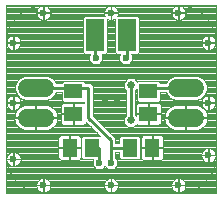
<source format=gbl>
G75*
%MOIN*%
%OFA0B0*%
%FSLAX25Y25*%
%IPPOS*%
%LPD*%
%AMOC8*
5,1,8,0,0,1.08239X$1,22.5*
%
%ADD10C,0.00394*%
%ADD11R,0.05118X0.05906*%
%ADD12R,0.05906X0.05118*%
%ADD13C,0.02400*%
%ADD14C,0.06000*%
%ADD15R,0.05906X0.10630*%
%ADD16C,0.02362*%
%ADD17C,0.01100*%
%ADD18C,0.02559*%
D10*
X0002580Y0018078D02*
X0002580Y0080578D01*
X0072580Y0080578D01*
X0072580Y0018078D01*
X0002580Y0018078D01*
X0002580Y0018179D02*
X0072580Y0018179D01*
X0072580Y0018571D02*
X0061358Y0018571D01*
X0061206Y0018470D02*
X0061596Y0018731D01*
X0061927Y0019062D01*
X0062187Y0019451D01*
X0062367Y0019884D01*
X0062458Y0020343D01*
X0062458Y0020479D01*
X0060178Y0020479D01*
X0060178Y0018200D01*
X0060314Y0018200D01*
X0060774Y0018291D01*
X0061206Y0018470D01*
X0061829Y0018964D02*
X0072580Y0018964D01*
X0072580Y0019356D02*
X0062124Y0019356D01*
X0062310Y0019748D02*
X0072580Y0019748D01*
X0072580Y0020140D02*
X0062418Y0020140D01*
X0062458Y0020676D02*
X0062458Y0020812D01*
X0062367Y0021271D01*
X0062187Y0021704D01*
X0061927Y0022093D01*
X0061596Y0022425D01*
X0061206Y0022685D01*
X0060774Y0022864D01*
X0060314Y0022956D01*
X0060178Y0022956D01*
X0060178Y0020676D01*
X0059982Y0020676D01*
X0059982Y0022956D01*
X0059846Y0022956D01*
X0059386Y0022864D01*
X0058954Y0022685D01*
X0058564Y0022425D01*
X0058233Y0022093D01*
X0057973Y0021704D01*
X0057793Y0021271D01*
X0057702Y0020812D01*
X0057702Y0020676D01*
X0059981Y0020676D01*
X0059981Y0020479D01*
X0057702Y0020479D01*
X0057702Y0020343D01*
X0057793Y0019884D01*
X0057973Y0019451D01*
X0058233Y0019062D01*
X0058564Y0018731D01*
X0058954Y0018470D01*
X0059386Y0018291D01*
X0059846Y0018200D01*
X0059982Y0018200D01*
X0059982Y0020479D01*
X0060178Y0020479D01*
X0060178Y0020676D01*
X0062458Y0020676D01*
X0062435Y0020925D02*
X0072580Y0020925D01*
X0072580Y0021317D02*
X0062348Y0021317D01*
X0062184Y0021709D02*
X0072580Y0021709D01*
X0072580Y0022101D02*
X0061919Y0022101D01*
X0061493Y0022494D02*
X0072580Y0022494D01*
X0072580Y0022886D02*
X0060665Y0022886D01*
X0060178Y0022886D02*
X0059982Y0022886D01*
X0059982Y0022494D02*
X0060178Y0022494D01*
X0060178Y0022101D02*
X0059982Y0022101D01*
X0059982Y0021709D02*
X0060178Y0021709D01*
X0060178Y0021317D02*
X0059982Y0021317D01*
X0059982Y0020925D02*
X0060178Y0020925D01*
X0060178Y0020532D02*
X0072580Y0020532D01*
X0072580Y0023278D02*
X0002580Y0023278D01*
X0002580Y0023670D02*
X0072580Y0023670D01*
X0072580Y0024062D02*
X0002580Y0024062D01*
X0002580Y0024455D02*
X0072580Y0024455D01*
X0072580Y0024847D02*
X0002580Y0024847D01*
X0002580Y0025239D02*
X0072580Y0025239D01*
X0072580Y0025631D02*
X0002580Y0025631D01*
X0002580Y0026023D02*
X0032635Y0026023D01*
X0032746Y0025912D02*
X0034540Y0025912D01*
X0035611Y0026984D01*
X0036683Y0025912D01*
X0038477Y0025912D01*
X0039745Y0027181D01*
X0039745Y0028975D01*
X0039114Y0029606D01*
X0039114Y0031543D01*
X0040297Y0031543D01*
X0040297Y0029717D01*
X0040873Y0029141D01*
X0046807Y0029141D01*
X0047383Y0029717D01*
X0047383Y0036438D01*
X0046807Y0037015D01*
X0040873Y0037015D01*
X0040297Y0036438D01*
X0040297Y0034612D01*
X0039114Y0034612D01*
X0039114Y0036213D01*
X0031614Y0043713D01*
X0031614Y0053713D01*
X0030716Y0054612D01*
X0029017Y0054612D01*
X0029017Y0054785D01*
X0028440Y0055361D01*
X0021720Y0055361D01*
X0021143Y0054785D01*
X0021143Y0054612D01*
X0019257Y0054612D01*
X0018958Y0055335D01*
X0017837Y0056455D01*
X0016373Y0057062D01*
X0008787Y0057062D01*
X0007323Y0056455D01*
X0006202Y0055335D01*
X0005596Y0053870D01*
X0005596Y0052285D01*
X0006202Y0050821D01*
X0007323Y0049700D01*
X0008787Y0049093D01*
X0016373Y0049093D01*
X0017837Y0049700D01*
X0018958Y0050821D01*
X0019257Y0051543D01*
X0021143Y0051543D01*
X0021143Y0048851D01*
X0021720Y0048274D01*
X0028440Y0048274D01*
X0028546Y0048380D01*
X0028546Y0047982D01*
X0028495Y0048012D01*
X0028190Y0048093D01*
X0025277Y0048093D01*
X0025277Y0044534D01*
X0024883Y0044534D01*
X0024883Y0044141D01*
X0020930Y0044141D01*
X0020930Y0041621D01*
X0021012Y0041316D01*
X0021170Y0041044D01*
X0021392Y0040821D01*
X0021665Y0040663D01*
X0021970Y0040582D01*
X0024883Y0040582D01*
X0024883Y0044141D01*
X0025277Y0044141D01*
X0025277Y0040582D01*
X0028190Y0040582D01*
X0028495Y0040663D01*
X0028768Y0040821D01*
X0028990Y0041044D01*
X0029148Y0041316D01*
X0029230Y0041621D01*
X0029230Y0041758D01*
X0029444Y0041543D01*
X0033973Y0037015D01*
X0028353Y0037015D01*
X0027777Y0036438D01*
X0027777Y0029717D01*
X0028353Y0029141D01*
X0031644Y0029141D01*
X0031478Y0028975D01*
X0031478Y0027181D01*
X0032746Y0025912D01*
X0032243Y0026416D02*
X0002580Y0026416D01*
X0002580Y0026808D02*
X0031850Y0026808D01*
X0031478Y0027200D02*
X0006158Y0027200D01*
X0006206Y0027220D02*
X0006596Y0027481D01*
X0006927Y0027812D01*
X0007187Y0028201D01*
X0007367Y0028634D01*
X0007458Y0029093D01*
X0007458Y0029229D01*
X0005178Y0029229D01*
X0005178Y0026950D01*
X0005314Y0026950D01*
X0005774Y0027041D01*
X0006206Y0027220D01*
X0006708Y0027592D02*
X0031478Y0027592D01*
X0031478Y0027985D02*
X0007042Y0027985D01*
X0007260Y0028377D02*
X0031478Y0028377D01*
X0031478Y0028769D02*
X0007393Y0028769D01*
X0007458Y0029161D02*
X0020556Y0029161D01*
X0020546Y0029167D02*
X0020819Y0029010D01*
X0021123Y0028928D01*
X0023643Y0028928D01*
X0023643Y0032881D01*
X0020084Y0032881D01*
X0020084Y0029967D01*
X0020165Y0029663D01*
X0020323Y0029390D01*
X0020546Y0029167D01*
X0020229Y0029553D02*
X0007458Y0029553D01*
X0007458Y0029562D02*
X0007367Y0030021D01*
X0007187Y0030454D01*
X0006927Y0030843D01*
X0006596Y0031175D01*
X0006206Y0031435D01*
X0005774Y0031614D01*
X0005314Y0031706D01*
X0005178Y0031706D01*
X0005178Y0029426D01*
X0004982Y0029426D01*
X0004982Y0031706D01*
X0004846Y0031706D01*
X0004386Y0031614D01*
X0003954Y0031435D01*
X0003564Y0031175D01*
X0003233Y0030843D01*
X0002973Y0030454D01*
X0002793Y0030021D01*
X0002702Y0029562D01*
X0002702Y0029426D01*
X0004981Y0029426D01*
X0004981Y0029229D01*
X0002702Y0029229D01*
X0002702Y0029093D01*
X0002793Y0028634D01*
X0002973Y0028201D01*
X0003233Y0027812D01*
X0003564Y0027481D01*
X0003954Y0027220D01*
X0004386Y0027041D01*
X0004846Y0026950D01*
X0004982Y0026950D01*
X0004982Y0029229D01*
X0005178Y0029229D01*
X0005178Y0029426D01*
X0007458Y0029426D01*
X0007458Y0029562D01*
X0007382Y0029946D02*
X0020090Y0029946D01*
X0020084Y0030338D02*
X0007235Y0030338D01*
X0007003Y0030730D02*
X0020084Y0030730D01*
X0020084Y0031122D02*
X0006648Y0031122D01*
X0006014Y0031514D02*
X0020084Y0031514D01*
X0020084Y0031907D02*
X0002580Y0031907D01*
X0002580Y0032299D02*
X0020084Y0032299D01*
X0020084Y0032691D02*
X0002580Y0032691D01*
X0002580Y0033083D02*
X0023643Y0033083D01*
X0023643Y0033274D02*
X0023643Y0032881D01*
X0024037Y0032881D01*
X0024037Y0033274D01*
X0027596Y0033274D01*
X0027596Y0036188D01*
X0027514Y0036492D01*
X0027357Y0036765D01*
X0027134Y0036988D01*
X0026861Y0037146D01*
X0026556Y0037227D01*
X0024037Y0037227D01*
X0024037Y0033275D01*
X0023643Y0033275D01*
X0023643Y0037227D01*
X0021123Y0037227D01*
X0020819Y0037146D01*
X0020546Y0036988D01*
X0020323Y0036765D01*
X0020165Y0036492D01*
X0020084Y0036188D01*
X0020084Y0033274D01*
X0023643Y0033274D01*
X0023643Y0033475D02*
X0024037Y0033475D01*
X0024037Y0033083D02*
X0027777Y0033083D01*
X0027596Y0032881D02*
X0024037Y0032881D01*
X0024037Y0028928D01*
X0026556Y0028928D01*
X0026861Y0029010D01*
X0027134Y0029167D01*
X0027357Y0029390D01*
X0027514Y0029663D01*
X0027596Y0029967D01*
X0027596Y0032881D01*
X0027596Y0032691D02*
X0027777Y0032691D01*
X0027777Y0032299D02*
X0027596Y0032299D01*
X0027596Y0031907D02*
X0027777Y0031907D01*
X0027777Y0031514D02*
X0027596Y0031514D01*
X0027596Y0031122D02*
X0027777Y0031122D01*
X0027777Y0030730D02*
X0027596Y0030730D01*
X0027596Y0030338D02*
X0027777Y0030338D01*
X0027777Y0029946D02*
X0027590Y0029946D01*
X0027451Y0029553D02*
X0027941Y0029553D01*
X0028333Y0029161D02*
X0027123Y0029161D01*
X0024037Y0029161D02*
X0023643Y0029161D01*
X0023643Y0029553D02*
X0024037Y0029553D01*
X0024037Y0029946D02*
X0023643Y0029946D01*
X0023643Y0030338D02*
X0024037Y0030338D01*
X0024037Y0030730D02*
X0023643Y0030730D01*
X0023643Y0031122D02*
X0024037Y0031122D01*
X0024037Y0031514D02*
X0023643Y0031514D01*
X0023643Y0031907D02*
X0024037Y0031907D01*
X0024037Y0032299D02*
X0023643Y0032299D01*
X0023643Y0032691D02*
X0024037Y0032691D01*
X0024037Y0033868D02*
X0023643Y0033868D01*
X0023643Y0034260D02*
X0024037Y0034260D01*
X0024037Y0034652D02*
X0023643Y0034652D01*
X0023643Y0035044D02*
X0024037Y0035044D01*
X0024037Y0035437D02*
X0023643Y0035437D01*
X0023643Y0035829D02*
X0024037Y0035829D01*
X0024037Y0036221D02*
X0023643Y0036221D01*
X0023643Y0036613D02*
X0024037Y0036613D01*
X0024037Y0037005D02*
X0023643Y0037005D01*
X0020576Y0037005D02*
X0002580Y0037005D01*
X0002580Y0036613D02*
X0020235Y0036613D01*
X0020093Y0036221D02*
X0002580Y0036221D01*
X0002580Y0035829D02*
X0020084Y0035829D01*
X0020084Y0035437D02*
X0002580Y0035437D01*
X0002580Y0035044D02*
X0020084Y0035044D01*
X0020084Y0034652D02*
X0002580Y0034652D01*
X0002580Y0034260D02*
X0020084Y0034260D01*
X0020084Y0033868D02*
X0002580Y0033868D01*
X0002580Y0033475D02*
X0020084Y0033475D01*
X0017191Y0039188D02*
X0016563Y0038984D01*
X0015910Y0038881D01*
X0012777Y0038881D01*
X0012777Y0042881D01*
X0012777Y0043274D01*
X0019777Y0043274D01*
X0019777Y0043408D01*
X0019673Y0044060D01*
X0019469Y0044689D01*
X0019169Y0045277D01*
X0018781Y0045812D01*
X0018314Y0046279D01*
X0017780Y0046667D01*
X0017191Y0046967D01*
X0016563Y0047171D01*
X0015910Y0047274D01*
X0012777Y0047274D01*
X0012777Y0043275D01*
X0012383Y0043275D01*
X0012383Y0047274D01*
X0009250Y0047274D01*
X0008597Y0047171D01*
X0007969Y0046967D01*
X0007380Y0046667D01*
X0006846Y0046279D01*
X0006379Y0045812D01*
X0005991Y0045277D01*
X0005691Y0044689D01*
X0005486Y0044060D01*
X0005383Y0043408D01*
X0005383Y0043274D01*
X0012383Y0043274D01*
X0012383Y0042881D01*
X0005383Y0042881D01*
X0005383Y0042747D01*
X0005486Y0042095D01*
X0005691Y0041467D01*
X0005991Y0040878D01*
X0006379Y0040344D01*
X0006846Y0039876D01*
X0007380Y0039488D01*
X0007969Y0039188D01*
X0008597Y0038984D01*
X0009250Y0038881D01*
X0012383Y0038881D01*
X0012383Y0042881D01*
X0012777Y0042881D01*
X0019777Y0042881D01*
X0019777Y0042747D01*
X0019673Y0042095D01*
X0019469Y0041467D01*
X0019169Y0040878D01*
X0018781Y0040344D01*
X0018314Y0039876D01*
X0017780Y0039488D01*
X0017191Y0039188D01*
X0017525Y0039359D02*
X0031629Y0039359D01*
X0031237Y0039751D02*
X0018141Y0039751D01*
X0018581Y0040143D02*
X0030845Y0040143D01*
X0030453Y0040535D02*
X0018920Y0040535D01*
X0019195Y0040928D02*
X0021286Y0040928D01*
X0021011Y0041320D02*
X0019395Y0041320D01*
X0019549Y0041712D02*
X0020930Y0041712D01*
X0020930Y0042104D02*
X0019675Y0042104D01*
X0019737Y0042496D02*
X0020930Y0042496D01*
X0020930Y0042889D02*
X0012777Y0042889D01*
X0012777Y0043281D02*
X0012383Y0043281D01*
X0012383Y0043673D02*
X0012777Y0043673D01*
X0012777Y0044065D02*
X0012383Y0044065D01*
X0012383Y0044457D02*
X0012777Y0044457D01*
X0012777Y0044850D02*
X0012383Y0044850D01*
X0012383Y0045242D02*
X0012777Y0045242D01*
X0012777Y0045634D02*
X0012383Y0045634D01*
X0012383Y0046026D02*
X0012777Y0046026D01*
X0012777Y0046418D02*
X0012383Y0046418D01*
X0012383Y0046811D02*
X0012777Y0046811D01*
X0012777Y0047203D02*
X0012383Y0047203D01*
X0008798Y0047203D02*
X0007292Y0047203D01*
X0007367Y0047384D02*
X0007187Y0046951D01*
X0006927Y0046562D01*
X0006596Y0046231D01*
X0006206Y0045970D01*
X0005774Y0045791D01*
X0005314Y0045700D01*
X0005178Y0045700D01*
X0005178Y0047979D01*
X0004982Y0047979D01*
X0004982Y0045700D01*
X0004846Y0045700D01*
X0004386Y0045791D01*
X0003954Y0045970D01*
X0003564Y0046231D01*
X0003233Y0046562D01*
X0002973Y0046951D01*
X0002793Y0047384D01*
X0002702Y0047843D01*
X0002702Y0047979D01*
X0004981Y0047979D01*
X0004981Y0048176D01*
X0002702Y0048176D01*
X0002702Y0048312D01*
X0002793Y0048771D01*
X0002973Y0049204D01*
X0003233Y0049593D01*
X0003564Y0049925D01*
X0003954Y0050185D01*
X0004386Y0050364D01*
X0004846Y0050456D01*
X0004982Y0050456D01*
X0004982Y0048176D01*
X0005178Y0048176D01*
X0005178Y0050456D01*
X0005314Y0050456D01*
X0005774Y0050364D01*
X0006206Y0050185D01*
X0006596Y0049925D01*
X0006927Y0049593D01*
X0007187Y0049204D01*
X0007367Y0048771D01*
X0007458Y0048312D01*
X0007458Y0048176D01*
X0005178Y0048176D01*
X0005178Y0047979D01*
X0007458Y0047979D01*
X0007458Y0047843D01*
X0007367Y0047384D01*
X0007409Y0047595D02*
X0021149Y0047595D01*
X0021170Y0047631D02*
X0021012Y0047358D01*
X0020930Y0047054D01*
X0020930Y0044534D01*
X0024883Y0044534D01*
X0024883Y0048093D01*
X0021970Y0048093D01*
X0021665Y0048012D01*
X0021392Y0047854D01*
X0021170Y0047631D01*
X0020970Y0047203D02*
X0016362Y0047203D01*
X0017498Y0046811D02*
X0020930Y0046811D01*
X0020930Y0046418D02*
X0018122Y0046418D01*
X0018567Y0046026D02*
X0020930Y0046026D01*
X0020930Y0045634D02*
X0018910Y0045634D01*
X0019188Y0045242D02*
X0020930Y0045242D01*
X0020930Y0044850D02*
X0019387Y0044850D01*
X0019545Y0044457D02*
X0024883Y0044457D01*
X0024883Y0044065D02*
X0025277Y0044065D01*
X0025277Y0043673D02*
X0024883Y0043673D01*
X0024883Y0043281D02*
X0025277Y0043281D01*
X0025277Y0042889D02*
X0024883Y0042889D01*
X0024883Y0042496D02*
X0025277Y0042496D01*
X0025277Y0042104D02*
X0024883Y0042104D01*
X0024883Y0041712D02*
X0025277Y0041712D01*
X0025277Y0041320D02*
X0024883Y0041320D01*
X0024883Y0040928D02*
X0025277Y0040928D01*
X0028874Y0040928D02*
X0030060Y0040928D01*
X0029668Y0041320D02*
X0029149Y0041320D01*
X0029230Y0041712D02*
X0029276Y0041712D01*
X0031654Y0043673D02*
X0042474Y0043673D01*
X0042640Y0043839D02*
X0041911Y0043110D01*
X0041911Y0041234D01*
X0043237Y0039908D01*
X0045112Y0039908D01*
X0046208Y0041005D01*
X0046392Y0040821D01*
X0046665Y0040663D01*
X0046970Y0040582D01*
X0049883Y0040582D01*
X0049883Y0044141D01*
X0045930Y0044141D01*
X0045930Y0043618D01*
X0045709Y0043839D01*
X0045709Y0052198D01*
X0046143Y0052632D01*
X0046143Y0048851D01*
X0046720Y0048274D01*
X0053440Y0048274D01*
X0054017Y0048851D01*
X0054017Y0051543D01*
X0055903Y0051543D01*
X0056202Y0050821D01*
X0057323Y0049700D01*
X0058787Y0049093D01*
X0066373Y0049093D01*
X0067837Y0049700D01*
X0068958Y0050821D01*
X0069564Y0052285D01*
X0069564Y0053870D01*
X0068958Y0055335D01*
X0067837Y0056455D01*
X0066373Y0057062D01*
X0058787Y0057062D01*
X0057323Y0056455D01*
X0056202Y0055335D01*
X0055903Y0054612D01*
X0054017Y0054612D01*
X0054017Y0054785D01*
X0053440Y0055361D01*
X0046720Y0055361D01*
X0046418Y0055059D01*
X0045230Y0056247D01*
X0043355Y0056247D01*
X0042029Y0054921D01*
X0042029Y0053045D01*
X0042640Y0052434D01*
X0042640Y0043839D01*
X0042640Y0044065D02*
X0031614Y0044065D01*
X0031614Y0044457D02*
X0042640Y0044457D01*
X0042640Y0044850D02*
X0031614Y0044850D01*
X0031614Y0045242D02*
X0042640Y0045242D01*
X0042640Y0045634D02*
X0031614Y0045634D01*
X0031614Y0046026D02*
X0042640Y0046026D01*
X0042640Y0046418D02*
X0031614Y0046418D01*
X0031614Y0046811D02*
X0042640Y0046811D01*
X0042640Y0047203D02*
X0031614Y0047203D01*
X0031614Y0047595D02*
X0042640Y0047595D01*
X0042640Y0047987D02*
X0031614Y0047987D01*
X0031614Y0048380D02*
X0042640Y0048380D01*
X0042640Y0048772D02*
X0031614Y0048772D01*
X0031614Y0049164D02*
X0042640Y0049164D01*
X0042640Y0049556D02*
X0031614Y0049556D01*
X0031614Y0049948D02*
X0042640Y0049948D01*
X0042640Y0050341D02*
X0031614Y0050341D01*
X0031614Y0050733D02*
X0042640Y0050733D01*
X0042640Y0051125D02*
X0031614Y0051125D01*
X0031614Y0051517D02*
X0042640Y0051517D01*
X0042640Y0051909D02*
X0031614Y0051909D01*
X0031614Y0052302D02*
X0042640Y0052302D01*
X0042380Y0052694D02*
X0031614Y0052694D01*
X0031614Y0053086D02*
X0042029Y0053086D01*
X0042029Y0053478D02*
X0031614Y0053478D01*
X0031457Y0053871D02*
X0042029Y0053871D01*
X0042029Y0054263D02*
X0031065Y0054263D01*
X0029017Y0054655D02*
X0042029Y0054655D01*
X0042155Y0055047D02*
X0028754Y0055047D01*
X0031683Y0060912D02*
X0033477Y0060912D01*
X0034745Y0062181D01*
X0034745Y0063975D01*
X0034481Y0064239D01*
X0035625Y0064239D01*
X0036202Y0064816D01*
X0036202Y0076138D01*
X0036454Y0075970D01*
X0036886Y0075791D01*
X0037346Y0075700D01*
X0037482Y0075700D01*
X0037482Y0077979D01*
X0037678Y0077979D01*
X0037678Y0075700D01*
X0037814Y0075700D01*
X0038274Y0075791D01*
X0038706Y0075970D01*
X0038958Y0076138D01*
X0038958Y0064894D01*
X0039534Y0064318D01*
X0040758Y0064318D01*
X0040415Y0063975D01*
X0040415Y0062181D01*
X0041683Y0060912D01*
X0043477Y0060912D01*
X0044745Y0062181D01*
X0044745Y0063975D01*
X0044429Y0064291D01*
X0044429Y0064318D01*
X0046255Y0064318D01*
X0046832Y0064894D01*
X0046832Y0076340D01*
X0046255Y0076916D01*
X0039664Y0076916D01*
X0039687Y0076951D01*
X0039867Y0077384D01*
X0039958Y0077843D01*
X0039958Y0077979D01*
X0037678Y0077979D01*
X0037678Y0078176D01*
X0037482Y0078176D01*
X0037482Y0080456D01*
X0037346Y0080456D01*
X0036886Y0080364D01*
X0036454Y0080185D01*
X0036064Y0079925D01*
X0035733Y0079593D01*
X0035473Y0079204D01*
X0035293Y0078771D01*
X0035202Y0078312D01*
X0035202Y0078176D01*
X0037481Y0078176D01*
X0037481Y0077979D01*
X0035202Y0077979D01*
X0035202Y0077843D01*
X0035293Y0077384D01*
X0035473Y0076951D01*
X0035549Y0076837D01*
X0028905Y0076837D01*
X0028328Y0076261D01*
X0028328Y0064816D01*
X0028905Y0064239D01*
X0030679Y0064239D01*
X0030415Y0063975D01*
X0030415Y0062181D01*
X0031683Y0060912D01*
X0031665Y0060930D02*
X0002580Y0060930D01*
X0002580Y0060538D02*
X0072580Y0060538D01*
X0072580Y0060146D02*
X0002580Y0060146D01*
X0002580Y0059754D02*
X0072580Y0059754D01*
X0072580Y0059361D02*
X0002580Y0059361D01*
X0002580Y0058969D02*
X0072580Y0058969D01*
X0072580Y0058577D02*
X0002580Y0058577D01*
X0002580Y0058185D02*
X0072580Y0058185D01*
X0072580Y0057793D02*
X0002580Y0057793D01*
X0002580Y0057400D02*
X0072580Y0057400D01*
X0072580Y0057008D02*
X0066502Y0057008D01*
X0067449Y0056616D02*
X0072580Y0056616D01*
X0072580Y0056224D02*
X0068068Y0056224D01*
X0068461Y0055832D02*
X0072580Y0055832D01*
X0072580Y0055439D02*
X0068853Y0055439D01*
X0069077Y0055047D02*
X0072580Y0055047D01*
X0072580Y0054655D02*
X0069239Y0054655D01*
X0069402Y0054263D02*
X0072580Y0054263D01*
X0072580Y0053871D02*
X0069564Y0053871D01*
X0069564Y0053478D02*
X0072580Y0053478D01*
X0072580Y0053086D02*
X0069564Y0053086D01*
X0069564Y0052694D02*
X0072580Y0052694D01*
X0072580Y0052302D02*
X0069564Y0052302D01*
X0069409Y0051909D02*
X0072580Y0051909D01*
X0072580Y0051517D02*
X0069246Y0051517D01*
X0069084Y0051125D02*
X0072580Y0051125D01*
X0072580Y0050733D02*
X0068870Y0050733D01*
X0068954Y0050185D02*
X0068564Y0049925D01*
X0068233Y0049593D01*
X0067973Y0049204D01*
X0067793Y0048771D01*
X0067702Y0048312D01*
X0067702Y0048176D01*
X0069981Y0048176D01*
X0069981Y0047979D01*
X0067702Y0047979D01*
X0067702Y0047843D01*
X0067793Y0047384D01*
X0067973Y0046951D01*
X0068233Y0046562D01*
X0068564Y0046231D01*
X0068954Y0045970D01*
X0069386Y0045791D01*
X0069846Y0045700D01*
X0069982Y0045700D01*
X0069982Y0047979D01*
X0070178Y0047979D01*
X0070178Y0045700D01*
X0070314Y0045700D01*
X0070774Y0045791D01*
X0071206Y0045970D01*
X0071596Y0046231D01*
X0071927Y0046562D01*
X0072187Y0046951D01*
X0072367Y0047384D01*
X0072458Y0047843D01*
X0072458Y0047979D01*
X0070178Y0047979D01*
X0070178Y0048176D01*
X0069982Y0048176D01*
X0069982Y0050456D01*
X0069846Y0050456D01*
X0069386Y0050364D01*
X0068954Y0050185D01*
X0069329Y0050341D02*
X0068478Y0050341D01*
X0068600Y0049948D02*
X0068085Y0049948D01*
X0068208Y0049556D02*
X0067490Y0049556D01*
X0067956Y0049164D02*
X0066543Y0049164D01*
X0067794Y0048772D02*
X0053938Y0048772D01*
X0054017Y0049164D02*
X0058617Y0049164D01*
X0057670Y0049556D02*
X0054017Y0049556D01*
X0054017Y0049948D02*
X0057075Y0049948D01*
X0056682Y0050341D02*
X0054017Y0050341D01*
X0054017Y0050733D02*
X0056290Y0050733D01*
X0056076Y0051125D02*
X0054017Y0051125D01*
X0054017Y0051517D02*
X0055914Y0051517D01*
X0055921Y0054655D02*
X0054017Y0054655D01*
X0053754Y0055047D02*
X0056083Y0055047D01*
X0056307Y0055439D02*
X0046038Y0055439D01*
X0045646Y0055832D02*
X0056699Y0055832D01*
X0057092Y0056224D02*
X0045253Y0056224D01*
X0043332Y0056224D02*
X0018068Y0056224D01*
X0018461Y0055832D02*
X0042940Y0055832D01*
X0042547Y0055439D02*
X0018853Y0055439D01*
X0019077Y0055047D02*
X0021406Y0055047D01*
X0021143Y0054655D02*
X0019239Y0054655D01*
X0017449Y0056616D02*
X0057711Y0056616D01*
X0058658Y0057008D02*
X0016502Y0057008D01*
X0019246Y0051517D02*
X0021143Y0051517D01*
X0021143Y0051125D02*
X0019084Y0051125D01*
X0018870Y0050733D02*
X0021143Y0050733D01*
X0021143Y0050341D02*
X0018478Y0050341D01*
X0018085Y0049948D02*
X0021143Y0049948D01*
X0021143Y0049556D02*
X0017490Y0049556D01*
X0016543Y0049164D02*
X0021143Y0049164D01*
X0021222Y0048772D02*
X0007366Y0048772D01*
X0007444Y0048380D02*
X0021614Y0048380D01*
X0021623Y0047987D02*
X0005178Y0047987D01*
X0004981Y0047987D02*
X0002580Y0047987D01*
X0002580Y0047595D02*
X0002751Y0047595D01*
X0002868Y0047203D02*
X0002580Y0047203D01*
X0002580Y0046811D02*
X0003067Y0046811D01*
X0003376Y0046418D02*
X0002580Y0046418D01*
X0002580Y0046026D02*
X0003870Y0046026D01*
X0004982Y0046026D02*
X0005178Y0046026D01*
X0005178Y0046418D02*
X0004982Y0046418D01*
X0004982Y0046811D02*
X0005178Y0046811D01*
X0005178Y0047203D02*
X0004982Y0047203D01*
X0004982Y0047595D02*
X0005178Y0047595D01*
X0005178Y0048380D02*
X0004982Y0048380D01*
X0004982Y0048772D02*
X0005178Y0048772D01*
X0005178Y0049164D02*
X0004982Y0049164D01*
X0004982Y0049556D02*
X0005178Y0049556D01*
X0005178Y0049948D02*
X0004982Y0049948D01*
X0004982Y0050341D02*
X0005178Y0050341D01*
X0005831Y0050341D02*
X0006682Y0050341D01*
X0006560Y0049948D02*
X0007075Y0049948D01*
X0006952Y0049556D02*
X0007670Y0049556D01*
X0007204Y0049164D02*
X0008617Y0049164D01*
X0007662Y0046811D02*
X0007093Y0046811D01*
X0007038Y0046418D02*
X0006784Y0046418D01*
X0006593Y0046026D02*
X0006290Y0046026D01*
X0006250Y0045634D02*
X0002580Y0045634D01*
X0002580Y0045242D02*
X0005972Y0045242D01*
X0005773Y0044850D02*
X0002580Y0044850D01*
X0002580Y0044457D02*
X0005615Y0044457D01*
X0005488Y0044065D02*
X0002580Y0044065D01*
X0002580Y0043673D02*
X0005425Y0043673D01*
X0005383Y0043281D02*
X0002580Y0043281D01*
X0002580Y0042889D02*
X0012383Y0042889D01*
X0012383Y0042496D02*
X0012777Y0042496D01*
X0012777Y0042104D02*
X0012383Y0042104D01*
X0012383Y0041712D02*
X0012777Y0041712D01*
X0012777Y0041320D02*
X0012383Y0041320D01*
X0012383Y0040928D02*
X0012777Y0040928D01*
X0012777Y0040535D02*
X0012383Y0040535D01*
X0012383Y0040143D02*
X0012777Y0040143D01*
X0012777Y0039751D02*
X0012383Y0039751D01*
X0012383Y0039359D02*
X0012777Y0039359D01*
X0012777Y0038966D02*
X0012383Y0038966D01*
X0008709Y0038966D02*
X0002580Y0038966D01*
X0002580Y0038574D02*
X0032414Y0038574D01*
X0032806Y0038182D02*
X0002580Y0038182D01*
X0002580Y0037790D02*
X0033198Y0037790D01*
X0033590Y0037398D02*
X0002580Y0037398D01*
X0002580Y0039359D02*
X0007635Y0039359D01*
X0007019Y0039751D02*
X0002580Y0039751D01*
X0002580Y0040143D02*
X0006579Y0040143D01*
X0006240Y0040535D02*
X0002580Y0040535D01*
X0002580Y0040928D02*
X0005965Y0040928D01*
X0005765Y0041320D02*
X0002580Y0041320D01*
X0002580Y0041712D02*
X0005611Y0041712D01*
X0005485Y0042104D02*
X0002580Y0042104D01*
X0002580Y0042496D02*
X0005423Y0042496D01*
X0002716Y0048380D02*
X0002580Y0048380D01*
X0002580Y0048772D02*
X0002794Y0048772D01*
X0002956Y0049164D02*
X0002580Y0049164D01*
X0002580Y0049556D02*
X0003208Y0049556D01*
X0003600Y0049948D02*
X0002580Y0049948D01*
X0002580Y0050341D02*
X0004329Y0050341D01*
X0002580Y0050733D02*
X0006290Y0050733D01*
X0006076Y0051125D02*
X0002580Y0051125D01*
X0002580Y0051517D02*
X0005914Y0051517D01*
X0005751Y0051909D02*
X0002580Y0051909D01*
X0002580Y0052302D02*
X0005596Y0052302D01*
X0005596Y0052694D02*
X0002580Y0052694D01*
X0002580Y0053086D02*
X0005596Y0053086D01*
X0005596Y0053478D02*
X0002580Y0053478D01*
X0002580Y0053871D02*
X0005596Y0053871D01*
X0005758Y0054263D02*
X0002580Y0054263D01*
X0002580Y0054655D02*
X0005921Y0054655D01*
X0006083Y0055047D02*
X0002580Y0055047D01*
X0002580Y0055439D02*
X0006307Y0055439D01*
X0006699Y0055832D02*
X0002580Y0055832D01*
X0002580Y0056224D02*
X0007092Y0056224D01*
X0007711Y0056616D02*
X0002580Y0056616D01*
X0002580Y0057008D02*
X0008658Y0057008D01*
X0002580Y0061323D02*
X0031273Y0061323D01*
X0030881Y0061715D02*
X0002580Y0061715D01*
X0002580Y0062107D02*
X0030488Y0062107D01*
X0030415Y0062499D02*
X0002580Y0062499D01*
X0002580Y0062891D02*
X0030415Y0062891D01*
X0030415Y0063284D02*
X0002580Y0063284D01*
X0002580Y0063676D02*
X0030415Y0063676D01*
X0030508Y0064068D02*
X0002580Y0064068D01*
X0002580Y0064460D02*
X0028683Y0064460D01*
X0028328Y0064852D02*
X0002580Y0064852D01*
X0002580Y0065245D02*
X0028328Y0065245D01*
X0028328Y0065637D02*
X0002580Y0065637D01*
X0002580Y0066029D02*
X0003866Y0066029D01*
X0003954Y0065970D02*
X0004386Y0065791D01*
X0004846Y0065700D01*
X0004982Y0065700D01*
X0004982Y0067979D01*
X0005178Y0067979D01*
X0005178Y0065700D01*
X0005314Y0065700D01*
X0005774Y0065791D01*
X0006206Y0065970D01*
X0006596Y0066231D01*
X0006927Y0066562D01*
X0007187Y0066951D01*
X0007367Y0067384D01*
X0007458Y0067843D01*
X0007458Y0067979D01*
X0005178Y0067979D01*
X0005178Y0068176D01*
X0004982Y0068176D01*
X0004982Y0070456D01*
X0004846Y0070456D01*
X0004386Y0070364D01*
X0003954Y0070185D01*
X0003564Y0069925D01*
X0003233Y0069593D01*
X0002973Y0069204D01*
X0002793Y0068771D01*
X0002702Y0068312D01*
X0002702Y0068176D01*
X0004981Y0068176D01*
X0004981Y0067979D01*
X0002702Y0067979D01*
X0002702Y0067843D01*
X0002793Y0067384D01*
X0002973Y0066951D01*
X0003233Y0066562D01*
X0003564Y0066231D01*
X0003954Y0065970D01*
X0003373Y0066421D02*
X0002580Y0066421D01*
X0002580Y0066814D02*
X0003065Y0066814D01*
X0002867Y0067206D02*
X0002580Y0067206D01*
X0002580Y0067598D02*
X0002751Y0067598D01*
X0002580Y0067990D02*
X0004981Y0067990D01*
X0005178Y0067990D02*
X0028328Y0067990D01*
X0028328Y0067598D02*
X0007409Y0067598D01*
X0007293Y0067206D02*
X0028328Y0067206D01*
X0028328Y0066814D02*
X0007095Y0066814D01*
X0006787Y0066421D02*
X0028328Y0066421D01*
X0028328Y0066029D02*
X0006294Y0066029D01*
X0005178Y0066029D02*
X0004982Y0066029D01*
X0004982Y0066421D02*
X0005178Y0066421D01*
X0005178Y0066814D02*
X0004982Y0066814D01*
X0004982Y0067206D02*
X0005178Y0067206D01*
X0005178Y0067598D02*
X0004982Y0067598D01*
X0005178Y0068176D02*
X0007458Y0068176D01*
X0007458Y0068312D01*
X0007367Y0068771D01*
X0007187Y0069204D01*
X0006927Y0069593D01*
X0006596Y0069925D01*
X0006206Y0070185D01*
X0005774Y0070364D01*
X0005314Y0070456D01*
X0005178Y0070456D01*
X0005178Y0068176D01*
X0005178Y0068382D02*
X0004982Y0068382D01*
X0004982Y0068775D02*
X0005178Y0068775D01*
X0005178Y0069167D02*
X0004982Y0069167D01*
X0004982Y0069559D02*
X0005178Y0069559D01*
X0005178Y0069951D02*
X0004982Y0069951D01*
X0004982Y0070343D02*
X0005178Y0070343D01*
X0005824Y0070343D02*
X0028328Y0070343D01*
X0028328Y0069951D02*
X0006556Y0069951D01*
X0006950Y0069559D02*
X0028328Y0069559D01*
X0028328Y0069167D02*
X0007203Y0069167D01*
X0007365Y0068775D02*
X0028328Y0068775D01*
X0028328Y0068382D02*
X0007444Y0068382D01*
X0004336Y0070343D02*
X0002580Y0070343D01*
X0002580Y0069951D02*
X0003604Y0069951D01*
X0003210Y0069559D02*
X0002580Y0069559D01*
X0002580Y0069167D02*
X0002957Y0069167D01*
X0002795Y0068775D02*
X0002580Y0068775D01*
X0002580Y0068382D02*
X0002716Y0068382D01*
X0002580Y0068078D02*
X0002580Y0030578D01*
X0002580Y0030730D02*
X0003157Y0030730D01*
X0002925Y0030338D02*
X0002580Y0030338D01*
X0002580Y0029946D02*
X0002778Y0029946D01*
X0002702Y0029553D02*
X0002580Y0029553D01*
X0002580Y0029161D02*
X0002702Y0029161D01*
X0002767Y0028769D02*
X0002580Y0028769D01*
X0002580Y0028377D02*
X0002900Y0028377D01*
X0003117Y0027985D02*
X0002580Y0027985D01*
X0002580Y0027592D02*
X0003452Y0027592D01*
X0004002Y0027200D02*
X0002580Y0027200D01*
X0004982Y0027200D02*
X0005178Y0027200D01*
X0005178Y0027592D02*
X0004982Y0027592D01*
X0004982Y0027985D02*
X0005178Y0027985D01*
X0005178Y0028377D02*
X0004982Y0028377D01*
X0004982Y0028769D02*
X0005178Y0028769D01*
X0005178Y0029161D02*
X0004982Y0029161D01*
X0004982Y0029553D02*
X0005178Y0029553D01*
X0005178Y0029946D02*
X0004982Y0029946D01*
X0004982Y0030338D02*
X0005178Y0030338D01*
X0005178Y0030730D02*
X0004982Y0030730D01*
X0004982Y0031122D02*
X0005178Y0031122D01*
X0005178Y0031514D02*
X0004982Y0031514D01*
X0004145Y0031514D02*
X0002580Y0031514D01*
X0002580Y0031122D02*
X0003512Y0031122D01*
X0002580Y0022886D02*
X0014495Y0022886D01*
X0014386Y0022864D02*
X0013954Y0022685D01*
X0013564Y0022425D01*
X0013233Y0022093D01*
X0012973Y0021704D01*
X0012793Y0021271D01*
X0012702Y0020812D01*
X0012702Y0020676D01*
X0014981Y0020676D01*
X0014981Y0020479D01*
X0012702Y0020479D01*
X0012702Y0020343D01*
X0012793Y0019884D01*
X0012973Y0019451D01*
X0013233Y0019062D01*
X0013564Y0018731D01*
X0013954Y0018470D01*
X0014386Y0018291D01*
X0014846Y0018200D01*
X0014982Y0018200D01*
X0014982Y0020479D01*
X0015178Y0020479D01*
X0015178Y0018200D01*
X0015314Y0018200D01*
X0015774Y0018291D01*
X0016206Y0018470D01*
X0016596Y0018731D01*
X0016927Y0019062D01*
X0017187Y0019451D01*
X0017367Y0019884D01*
X0017458Y0020343D01*
X0017458Y0020479D01*
X0015178Y0020479D01*
X0015178Y0020676D01*
X0014982Y0020676D01*
X0014982Y0022956D01*
X0014846Y0022956D01*
X0014386Y0022864D01*
X0014982Y0022886D02*
X0015178Y0022886D01*
X0015178Y0022956D02*
X0015314Y0022956D01*
X0015774Y0022864D01*
X0016206Y0022685D01*
X0016596Y0022425D01*
X0016927Y0022093D01*
X0017187Y0021704D01*
X0017367Y0021271D01*
X0017458Y0020812D01*
X0017458Y0020676D01*
X0015178Y0020676D01*
X0015178Y0022956D01*
X0015178Y0022494D02*
X0014982Y0022494D01*
X0014982Y0022101D02*
X0015178Y0022101D01*
X0015178Y0021709D02*
X0014982Y0021709D01*
X0014982Y0021317D02*
X0015178Y0021317D01*
X0015178Y0020925D02*
X0014982Y0020925D01*
X0014981Y0020532D02*
X0002580Y0020532D01*
X0002580Y0020140D02*
X0012742Y0020140D01*
X0012850Y0019748D02*
X0002580Y0019748D01*
X0002580Y0019356D02*
X0013036Y0019356D01*
X0013331Y0018964D02*
X0002580Y0018964D01*
X0002580Y0018571D02*
X0013802Y0018571D01*
X0014982Y0018571D02*
X0015178Y0018571D01*
X0015178Y0018964D02*
X0014982Y0018964D01*
X0014982Y0019356D02*
X0015178Y0019356D01*
X0015178Y0019748D02*
X0014982Y0019748D01*
X0014982Y0020140D02*
X0015178Y0020140D01*
X0015178Y0020532D02*
X0037481Y0020532D01*
X0037481Y0020479D02*
X0035202Y0020479D01*
X0035202Y0020343D01*
X0035293Y0019884D01*
X0035473Y0019451D01*
X0035733Y0019062D01*
X0036064Y0018731D01*
X0036454Y0018470D01*
X0036886Y0018291D01*
X0037346Y0018200D01*
X0037482Y0018200D01*
X0037482Y0020479D01*
X0037678Y0020479D01*
X0037678Y0018200D01*
X0037814Y0018200D01*
X0038274Y0018291D01*
X0038706Y0018470D01*
X0039096Y0018731D01*
X0039427Y0019062D01*
X0039687Y0019451D01*
X0039867Y0019884D01*
X0039958Y0020343D01*
X0039958Y0020479D01*
X0037678Y0020479D01*
X0037678Y0020676D01*
X0037482Y0020676D01*
X0037482Y0022956D01*
X0037346Y0022956D01*
X0036886Y0022864D01*
X0036454Y0022685D01*
X0036064Y0022425D01*
X0035733Y0022093D01*
X0035473Y0021704D01*
X0035293Y0021271D01*
X0035202Y0020812D01*
X0035202Y0020676D01*
X0037481Y0020676D01*
X0037481Y0020479D01*
X0037678Y0020532D02*
X0059981Y0020532D01*
X0059982Y0020140D02*
X0060178Y0020140D01*
X0060178Y0019748D02*
X0059982Y0019748D01*
X0059982Y0019356D02*
X0060178Y0019356D01*
X0060178Y0018964D02*
X0059982Y0018964D01*
X0059982Y0018571D02*
X0060178Y0018571D01*
X0060080Y0018078D02*
X0015080Y0018078D01*
X0016358Y0018571D02*
X0036302Y0018571D01*
X0035831Y0018964D02*
X0016829Y0018964D01*
X0017124Y0019356D02*
X0035536Y0019356D01*
X0035350Y0019748D02*
X0017310Y0019748D01*
X0017418Y0020140D02*
X0035242Y0020140D01*
X0035224Y0020925D02*
X0017435Y0020925D01*
X0017348Y0021317D02*
X0035312Y0021317D01*
X0035476Y0021709D02*
X0017184Y0021709D01*
X0016919Y0022101D02*
X0035741Y0022101D01*
X0036167Y0022494D02*
X0016493Y0022494D01*
X0015665Y0022886D02*
X0036995Y0022886D01*
X0037482Y0022886D02*
X0037678Y0022886D01*
X0037678Y0022956D02*
X0037814Y0022956D01*
X0038274Y0022864D01*
X0038706Y0022685D01*
X0039096Y0022425D01*
X0039427Y0022093D01*
X0039687Y0021704D01*
X0039867Y0021271D01*
X0039958Y0020812D01*
X0039958Y0020676D01*
X0037678Y0020676D01*
X0037678Y0022956D01*
X0037678Y0022494D02*
X0037482Y0022494D01*
X0037482Y0022101D02*
X0037678Y0022101D01*
X0037678Y0021709D02*
X0037482Y0021709D01*
X0037482Y0021317D02*
X0037678Y0021317D01*
X0037678Y0020925D02*
X0037482Y0020925D01*
X0037482Y0020140D02*
X0037678Y0020140D01*
X0037678Y0019748D02*
X0037482Y0019748D01*
X0037482Y0019356D02*
X0037678Y0019356D01*
X0037678Y0018964D02*
X0037482Y0018964D01*
X0037482Y0018571D02*
X0037678Y0018571D01*
X0038858Y0018571D02*
X0058802Y0018571D01*
X0058331Y0018964D02*
X0039329Y0018964D01*
X0039624Y0019356D02*
X0058036Y0019356D01*
X0057850Y0019748D02*
X0039810Y0019748D01*
X0039918Y0020140D02*
X0057742Y0020140D01*
X0057724Y0020925D02*
X0039935Y0020925D01*
X0039848Y0021317D02*
X0057812Y0021317D01*
X0057976Y0021709D02*
X0039684Y0021709D01*
X0039419Y0022101D02*
X0058241Y0022101D01*
X0058667Y0022494D02*
X0038993Y0022494D01*
X0038165Y0022886D02*
X0059495Y0022886D01*
X0054614Y0029167D02*
X0054341Y0029010D01*
X0054037Y0028928D01*
X0051517Y0028928D01*
X0051517Y0032881D01*
X0051517Y0033274D01*
X0055076Y0033274D01*
X0055076Y0036188D01*
X0054994Y0036492D01*
X0054837Y0036765D01*
X0054614Y0036988D01*
X0054341Y0037146D01*
X0054037Y0037227D01*
X0051517Y0037227D01*
X0051517Y0033275D01*
X0051123Y0033275D01*
X0051123Y0037227D01*
X0048604Y0037227D01*
X0048299Y0037146D01*
X0048026Y0036988D01*
X0047803Y0036765D01*
X0047646Y0036492D01*
X0047564Y0036188D01*
X0047564Y0033274D01*
X0051123Y0033274D01*
X0051123Y0032881D01*
X0047564Y0032881D01*
X0047564Y0029967D01*
X0047646Y0029663D01*
X0047803Y0029390D01*
X0048026Y0029167D01*
X0048299Y0029010D01*
X0048604Y0028928D01*
X0051123Y0028928D01*
X0051123Y0032881D01*
X0051517Y0032881D01*
X0055076Y0032881D01*
X0055076Y0029967D01*
X0054994Y0029663D01*
X0054837Y0029390D01*
X0054614Y0029167D01*
X0054604Y0029161D02*
X0068167Y0029161D01*
X0068233Y0029062D02*
X0068564Y0028731D01*
X0068954Y0028470D01*
X0069386Y0028291D01*
X0069846Y0028200D01*
X0069982Y0028200D01*
X0069982Y0030479D01*
X0070178Y0030479D01*
X0070178Y0028200D01*
X0070314Y0028200D01*
X0070774Y0028291D01*
X0071206Y0028470D01*
X0071596Y0028731D01*
X0071927Y0029062D01*
X0072187Y0029451D01*
X0072367Y0029884D01*
X0072458Y0030343D01*
X0072458Y0030479D01*
X0070178Y0030479D01*
X0070178Y0030676D01*
X0069982Y0030676D01*
X0069982Y0032956D01*
X0069846Y0032956D01*
X0069386Y0032864D01*
X0068954Y0032685D01*
X0068564Y0032425D01*
X0068233Y0032093D01*
X0067973Y0031704D01*
X0067793Y0031271D01*
X0067702Y0030812D01*
X0067702Y0030676D01*
X0069981Y0030676D01*
X0069981Y0030479D01*
X0067702Y0030479D01*
X0067702Y0030343D01*
X0067793Y0029884D01*
X0067973Y0029451D01*
X0068233Y0029062D01*
X0068526Y0028769D02*
X0039745Y0028769D01*
X0039745Y0028377D02*
X0069180Y0028377D01*
X0069982Y0028377D02*
X0070178Y0028377D01*
X0070178Y0028769D02*
X0069982Y0028769D01*
X0069982Y0029161D02*
X0070178Y0029161D01*
X0070178Y0029553D02*
X0069982Y0029553D01*
X0069982Y0029946D02*
X0070178Y0029946D01*
X0070178Y0030338D02*
X0069982Y0030338D01*
X0070178Y0030676D02*
X0072458Y0030676D01*
X0072458Y0030812D01*
X0072367Y0031271D01*
X0072187Y0031704D01*
X0071927Y0032093D01*
X0071596Y0032425D01*
X0071206Y0032685D01*
X0070774Y0032864D01*
X0070314Y0032956D01*
X0070178Y0032956D01*
X0070178Y0030676D01*
X0070178Y0030730D02*
X0069982Y0030730D01*
X0069982Y0031122D02*
X0070178Y0031122D01*
X0070178Y0031514D02*
X0069982Y0031514D01*
X0069982Y0031907D02*
X0070178Y0031907D01*
X0070178Y0032299D02*
X0069982Y0032299D01*
X0069982Y0032691D02*
X0070178Y0032691D01*
X0071192Y0032691D02*
X0072580Y0032691D01*
X0072580Y0032299D02*
X0071722Y0032299D01*
X0072052Y0031907D02*
X0072580Y0031907D01*
X0072580Y0031514D02*
X0072266Y0031514D01*
X0072396Y0031122D02*
X0072580Y0031122D01*
X0072580Y0030730D02*
X0072458Y0030730D01*
X0072580Y0030578D02*
X0072580Y0068078D01*
X0072580Y0067990D02*
X0070178Y0067990D01*
X0070178Y0067979D02*
X0070178Y0068176D01*
X0069982Y0068176D01*
X0069982Y0070456D01*
X0069846Y0070456D01*
X0069386Y0070364D01*
X0068954Y0070185D01*
X0068564Y0069925D01*
X0068233Y0069593D01*
X0067973Y0069204D01*
X0067793Y0068771D01*
X0067702Y0068312D01*
X0067702Y0068176D01*
X0069981Y0068176D01*
X0069981Y0067979D01*
X0067702Y0067979D01*
X0067702Y0067843D01*
X0067793Y0067384D01*
X0067973Y0066951D01*
X0068233Y0066562D01*
X0068564Y0066231D01*
X0068954Y0065970D01*
X0069386Y0065791D01*
X0069846Y0065700D01*
X0069982Y0065700D01*
X0069982Y0067979D01*
X0070178Y0067979D01*
X0070178Y0065700D01*
X0070314Y0065700D01*
X0070774Y0065791D01*
X0071206Y0065970D01*
X0071596Y0066231D01*
X0071927Y0066562D01*
X0072187Y0066951D01*
X0072367Y0067384D01*
X0072458Y0067843D01*
X0072458Y0067979D01*
X0070178Y0067979D01*
X0069981Y0067990D02*
X0046832Y0067990D01*
X0046832Y0067598D02*
X0067751Y0067598D01*
X0067867Y0067206D02*
X0046832Y0067206D01*
X0046832Y0066814D02*
X0068065Y0066814D01*
X0068373Y0066421D02*
X0046832Y0066421D01*
X0046832Y0066029D02*
X0068866Y0066029D01*
X0069982Y0066029D02*
X0070178Y0066029D01*
X0070178Y0066421D02*
X0069982Y0066421D01*
X0069982Y0066814D02*
X0070178Y0066814D01*
X0070178Y0067206D02*
X0069982Y0067206D01*
X0069982Y0067598D02*
X0070178Y0067598D01*
X0070178Y0068176D02*
X0072458Y0068176D01*
X0072458Y0068312D01*
X0072367Y0068771D01*
X0072187Y0069204D01*
X0071927Y0069593D01*
X0071596Y0069925D01*
X0071206Y0070185D01*
X0070774Y0070364D01*
X0070314Y0070456D01*
X0070178Y0070456D01*
X0070178Y0068176D01*
X0070178Y0068382D02*
X0069982Y0068382D01*
X0069982Y0068775D02*
X0070178Y0068775D01*
X0070178Y0069167D02*
X0069982Y0069167D01*
X0069982Y0069559D02*
X0070178Y0069559D01*
X0070178Y0069951D02*
X0069982Y0069951D01*
X0069982Y0070343D02*
X0070178Y0070343D01*
X0070824Y0070343D02*
X0072580Y0070343D01*
X0072580Y0069951D02*
X0071556Y0069951D01*
X0071950Y0069559D02*
X0072580Y0069559D01*
X0072580Y0069167D02*
X0072203Y0069167D01*
X0072365Y0068775D02*
X0072580Y0068775D01*
X0072580Y0068382D02*
X0072444Y0068382D01*
X0072409Y0067598D02*
X0072580Y0067598D01*
X0072580Y0067206D02*
X0072293Y0067206D01*
X0072095Y0066814D02*
X0072580Y0066814D01*
X0072580Y0066421D02*
X0071787Y0066421D01*
X0071294Y0066029D02*
X0072580Y0066029D01*
X0072580Y0065637D02*
X0046832Y0065637D01*
X0046832Y0065245D02*
X0072580Y0065245D01*
X0072580Y0064852D02*
X0046790Y0064852D01*
X0046398Y0064460D02*
X0072580Y0064460D01*
X0072580Y0064068D02*
X0044652Y0064068D01*
X0044745Y0063676D02*
X0072580Y0063676D01*
X0072580Y0063284D02*
X0044745Y0063284D01*
X0044745Y0062891D02*
X0072580Y0062891D01*
X0072580Y0062499D02*
X0044745Y0062499D01*
X0044672Y0062107D02*
X0072580Y0062107D01*
X0072580Y0061715D02*
X0044279Y0061715D01*
X0043887Y0061323D02*
X0072580Y0061323D01*
X0072580Y0060930D02*
X0043495Y0060930D01*
X0041665Y0060930D02*
X0033495Y0060930D01*
X0033887Y0061323D02*
X0041273Y0061323D01*
X0040881Y0061715D02*
X0034279Y0061715D01*
X0034672Y0062107D02*
X0040488Y0062107D01*
X0040415Y0062499D02*
X0034745Y0062499D01*
X0034745Y0062891D02*
X0040415Y0062891D01*
X0040415Y0063284D02*
X0034745Y0063284D01*
X0034745Y0063676D02*
X0040415Y0063676D01*
X0040508Y0064068D02*
X0034652Y0064068D01*
X0035847Y0064460D02*
X0039392Y0064460D01*
X0039000Y0064852D02*
X0036202Y0064852D01*
X0036202Y0065245D02*
X0038958Y0065245D01*
X0038958Y0065637D02*
X0036202Y0065637D01*
X0036202Y0066029D02*
X0038958Y0066029D01*
X0038958Y0066421D02*
X0036202Y0066421D01*
X0036202Y0066814D02*
X0038958Y0066814D01*
X0038958Y0067206D02*
X0036202Y0067206D01*
X0036202Y0067598D02*
X0038958Y0067598D01*
X0038958Y0067990D02*
X0036202Y0067990D01*
X0036202Y0068382D02*
X0038958Y0068382D01*
X0038958Y0068775D02*
X0036202Y0068775D01*
X0036202Y0069167D02*
X0038958Y0069167D01*
X0038958Y0069559D02*
X0036202Y0069559D01*
X0036202Y0069951D02*
X0038958Y0069951D01*
X0038958Y0070343D02*
X0036202Y0070343D01*
X0036202Y0070736D02*
X0038958Y0070736D01*
X0038958Y0071128D02*
X0036202Y0071128D01*
X0036202Y0071520D02*
X0038958Y0071520D01*
X0038958Y0071912D02*
X0036202Y0071912D01*
X0036202Y0072304D02*
X0038958Y0072304D01*
X0038958Y0072697D02*
X0036202Y0072697D01*
X0036202Y0073089D02*
X0038958Y0073089D01*
X0038958Y0073481D02*
X0036202Y0073481D01*
X0036202Y0073873D02*
X0038958Y0073873D01*
X0038958Y0074266D02*
X0036202Y0074266D01*
X0036202Y0074658D02*
X0038958Y0074658D01*
X0038958Y0075050D02*
X0036202Y0075050D01*
X0036202Y0075442D02*
X0038958Y0075442D01*
X0038958Y0075834D02*
X0038378Y0075834D01*
X0037678Y0075834D02*
X0037482Y0075834D01*
X0037482Y0076227D02*
X0037678Y0076227D01*
X0037678Y0076619D02*
X0037482Y0076619D01*
X0037482Y0077011D02*
X0037678Y0077011D01*
X0037678Y0077403D02*
X0037482Y0077403D01*
X0037482Y0077795D02*
X0037678Y0077795D01*
X0037678Y0078176D02*
X0039958Y0078176D01*
X0039958Y0078312D01*
X0039867Y0078771D01*
X0039687Y0079204D01*
X0039427Y0079593D01*
X0039096Y0079925D01*
X0038706Y0080185D01*
X0038274Y0080364D01*
X0037814Y0080456D01*
X0037678Y0080456D01*
X0037678Y0078176D01*
X0037678Y0078188D02*
X0037482Y0078188D01*
X0037482Y0078580D02*
X0037678Y0078580D01*
X0037678Y0078972D02*
X0037482Y0078972D01*
X0037482Y0079364D02*
X0037678Y0079364D01*
X0037678Y0079757D02*
X0037482Y0079757D01*
X0037482Y0080149D02*
X0037678Y0080149D01*
X0038761Y0080149D02*
X0058899Y0080149D01*
X0058954Y0080185D02*
X0058564Y0079925D01*
X0058233Y0079593D01*
X0057973Y0079204D01*
X0057793Y0078771D01*
X0057702Y0078312D01*
X0057702Y0078176D01*
X0059981Y0078176D01*
X0059981Y0077979D01*
X0057702Y0077979D01*
X0057702Y0077843D01*
X0057793Y0077384D01*
X0057973Y0076951D01*
X0058233Y0076562D01*
X0058564Y0076231D01*
X0058954Y0075970D01*
X0059386Y0075791D01*
X0059846Y0075700D01*
X0059982Y0075700D01*
X0059982Y0077979D01*
X0060178Y0077979D01*
X0060178Y0075700D01*
X0060314Y0075700D01*
X0060774Y0075791D01*
X0061206Y0075970D01*
X0061596Y0076231D01*
X0061927Y0076562D01*
X0062187Y0076951D01*
X0062367Y0077384D01*
X0062458Y0077843D01*
X0062458Y0077979D01*
X0060178Y0077979D01*
X0060178Y0078176D01*
X0059982Y0078176D01*
X0059982Y0080456D01*
X0059846Y0080456D01*
X0059386Y0080364D01*
X0058954Y0080185D01*
X0058396Y0079757D02*
X0039264Y0079757D01*
X0039580Y0079364D02*
X0058080Y0079364D01*
X0057877Y0078972D02*
X0039783Y0078972D01*
X0039905Y0078580D02*
X0057755Y0078580D01*
X0057702Y0078188D02*
X0039958Y0078188D01*
X0039948Y0077795D02*
X0057712Y0077795D01*
X0057790Y0077403D02*
X0039870Y0077403D01*
X0039712Y0077011D02*
X0057948Y0077011D01*
X0058195Y0076619D02*
X0046553Y0076619D01*
X0046832Y0076227D02*
X0058570Y0076227D01*
X0059282Y0075834D02*
X0046832Y0075834D01*
X0046832Y0075442D02*
X0072580Y0075442D01*
X0072580Y0075050D02*
X0046832Y0075050D01*
X0046832Y0074658D02*
X0072580Y0074658D01*
X0072580Y0074266D02*
X0046832Y0074266D01*
X0046832Y0073873D02*
X0072580Y0073873D01*
X0072580Y0073481D02*
X0046832Y0073481D01*
X0046832Y0073089D02*
X0072580Y0073089D01*
X0072580Y0072697D02*
X0046832Y0072697D01*
X0046832Y0072304D02*
X0072580Y0072304D01*
X0072580Y0071912D02*
X0046832Y0071912D01*
X0046832Y0071520D02*
X0072580Y0071520D01*
X0072580Y0071128D02*
X0046832Y0071128D01*
X0046832Y0070736D02*
X0072580Y0070736D01*
X0069336Y0070343D02*
X0046832Y0070343D01*
X0046832Y0069951D02*
X0068604Y0069951D01*
X0068210Y0069559D02*
X0046832Y0069559D01*
X0046832Y0069167D02*
X0067957Y0069167D01*
X0067795Y0068775D02*
X0046832Y0068775D01*
X0046832Y0068382D02*
X0067716Y0068382D01*
X0072580Y0075834D02*
X0060878Y0075834D01*
X0060178Y0075834D02*
X0059982Y0075834D01*
X0059982Y0076227D02*
X0060178Y0076227D01*
X0060178Y0076619D02*
X0059982Y0076619D01*
X0059982Y0077011D02*
X0060178Y0077011D01*
X0060178Y0077403D02*
X0059982Y0077403D01*
X0059982Y0077795D02*
X0060178Y0077795D01*
X0060178Y0078176D02*
X0062458Y0078176D01*
X0062458Y0078312D01*
X0062367Y0078771D01*
X0062187Y0079204D01*
X0061927Y0079593D01*
X0061596Y0079925D01*
X0061206Y0080185D01*
X0060774Y0080364D01*
X0060314Y0080456D01*
X0060178Y0080456D01*
X0060178Y0078176D01*
X0060178Y0078188D02*
X0059982Y0078188D01*
X0059982Y0078580D02*
X0060178Y0078580D01*
X0060178Y0078972D02*
X0059982Y0078972D01*
X0059982Y0079364D02*
X0060178Y0079364D01*
X0060178Y0079757D02*
X0059982Y0079757D01*
X0059982Y0080149D02*
X0060178Y0080149D01*
X0060080Y0080578D02*
X0015080Y0080578D01*
X0015178Y0080456D02*
X0015314Y0080456D01*
X0015774Y0080364D01*
X0016206Y0080185D01*
X0016596Y0079925D01*
X0016927Y0079593D01*
X0017187Y0079204D01*
X0017367Y0078771D01*
X0017458Y0078312D01*
X0017458Y0078176D01*
X0015178Y0078176D01*
X0014982Y0078176D01*
X0014982Y0080456D01*
X0014846Y0080456D01*
X0014386Y0080364D01*
X0013954Y0080185D01*
X0013564Y0079925D01*
X0013233Y0079593D01*
X0012973Y0079204D01*
X0012793Y0078771D01*
X0012702Y0078312D01*
X0012702Y0078176D01*
X0014981Y0078176D01*
X0014981Y0077979D01*
X0012702Y0077979D01*
X0012702Y0077843D01*
X0012793Y0077384D01*
X0012973Y0076951D01*
X0013233Y0076562D01*
X0013564Y0076231D01*
X0013954Y0075970D01*
X0014386Y0075791D01*
X0014846Y0075700D01*
X0014982Y0075700D01*
X0014982Y0077979D01*
X0015178Y0077979D01*
X0015178Y0075700D01*
X0015314Y0075700D01*
X0015774Y0075791D01*
X0016206Y0075970D01*
X0016596Y0076231D01*
X0016927Y0076562D01*
X0017187Y0076951D01*
X0017367Y0077384D01*
X0017458Y0077843D01*
X0017458Y0077979D01*
X0015178Y0077979D01*
X0015178Y0078176D01*
X0015178Y0080456D01*
X0015178Y0080149D02*
X0014982Y0080149D01*
X0014982Y0079757D02*
X0015178Y0079757D01*
X0015178Y0079364D02*
X0014982Y0079364D01*
X0014982Y0078972D02*
X0015178Y0078972D01*
X0015178Y0078580D02*
X0014982Y0078580D01*
X0014982Y0078188D02*
X0015178Y0078188D01*
X0015178Y0077795D02*
X0014982Y0077795D01*
X0014982Y0077403D02*
X0015178Y0077403D01*
X0015178Y0077011D02*
X0014982Y0077011D01*
X0014982Y0076619D02*
X0015178Y0076619D01*
X0015178Y0076227D02*
X0014982Y0076227D01*
X0014982Y0075834D02*
X0015178Y0075834D01*
X0015878Y0075834D02*
X0028328Y0075834D01*
X0028328Y0075442D02*
X0002580Y0075442D01*
X0002580Y0075050D02*
X0028328Y0075050D01*
X0028328Y0074658D02*
X0002580Y0074658D01*
X0002580Y0074266D02*
X0028328Y0074266D01*
X0028328Y0073873D02*
X0002580Y0073873D01*
X0002580Y0073481D02*
X0028328Y0073481D01*
X0028328Y0073089D02*
X0002580Y0073089D01*
X0002580Y0072697D02*
X0028328Y0072697D01*
X0028328Y0072304D02*
X0002580Y0072304D01*
X0002580Y0071912D02*
X0028328Y0071912D01*
X0028328Y0071520D02*
X0002580Y0071520D01*
X0002580Y0071128D02*
X0028328Y0071128D01*
X0028328Y0070736D02*
X0002580Y0070736D01*
X0002580Y0075834D02*
X0014282Y0075834D01*
X0013570Y0076227D02*
X0002580Y0076227D01*
X0002580Y0076619D02*
X0013195Y0076619D01*
X0012948Y0077011D02*
X0002580Y0077011D01*
X0002580Y0077403D02*
X0012790Y0077403D01*
X0012712Y0077795D02*
X0002580Y0077795D01*
X0002580Y0078188D02*
X0012702Y0078188D01*
X0012755Y0078580D02*
X0002580Y0078580D01*
X0002580Y0078972D02*
X0012877Y0078972D01*
X0013080Y0079364D02*
X0002580Y0079364D01*
X0002580Y0079757D02*
X0013396Y0079757D01*
X0013899Y0080149D02*
X0002580Y0080149D01*
X0002580Y0080541D02*
X0072580Y0080541D01*
X0072580Y0080149D02*
X0061261Y0080149D01*
X0061764Y0079757D02*
X0072580Y0079757D01*
X0072580Y0079364D02*
X0062080Y0079364D01*
X0062283Y0078972D02*
X0072580Y0078972D01*
X0072580Y0078580D02*
X0062405Y0078580D01*
X0062458Y0078188D02*
X0072580Y0078188D01*
X0072580Y0077795D02*
X0062448Y0077795D01*
X0062370Y0077403D02*
X0072580Y0077403D01*
X0072580Y0077011D02*
X0062212Y0077011D01*
X0061965Y0076619D02*
X0072580Y0076619D01*
X0072580Y0076227D02*
X0061590Y0076227D01*
X0060080Y0080578D02*
X0060382Y0080574D01*
X0060684Y0080563D01*
X0060985Y0080545D01*
X0061286Y0080520D01*
X0061587Y0080487D01*
X0061886Y0080447D01*
X0062184Y0080400D01*
X0062482Y0080345D01*
X0062777Y0080284D01*
X0063071Y0080215D01*
X0063364Y0080139D01*
X0063654Y0080056D01*
X0063943Y0079966D01*
X0064229Y0079869D01*
X0064513Y0079766D01*
X0064794Y0079655D01*
X0065072Y0079538D01*
X0065348Y0079414D01*
X0065620Y0079283D01*
X0065889Y0079146D01*
X0066155Y0079003D01*
X0066417Y0078853D01*
X0066676Y0078696D01*
X0066930Y0078534D01*
X0067181Y0078365D01*
X0067427Y0078191D01*
X0067670Y0078010D01*
X0067907Y0077824D01*
X0068141Y0077632D01*
X0068369Y0077434D01*
X0068593Y0077231D01*
X0068811Y0077023D01*
X0069025Y0076809D01*
X0069233Y0076591D01*
X0069436Y0076367D01*
X0069634Y0076139D01*
X0069826Y0075905D01*
X0070012Y0075668D01*
X0070193Y0075425D01*
X0070367Y0075179D01*
X0070536Y0074928D01*
X0070698Y0074674D01*
X0070855Y0074415D01*
X0071005Y0074153D01*
X0071148Y0073887D01*
X0071285Y0073618D01*
X0071416Y0073346D01*
X0071540Y0073070D01*
X0071657Y0072792D01*
X0071768Y0072511D01*
X0071871Y0072227D01*
X0071968Y0071941D01*
X0072058Y0071652D01*
X0072141Y0071362D01*
X0072217Y0071069D01*
X0072286Y0070775D01*
X0072347Y0070480D01*
X0072402Y0070182D01*
X0072449Y0069884D01*
X0072489Y0069585D01*
X0072522Y0069284D01*
X0072547Y0068983D01*
X0072565Y0068682D01*
X0072576Y0068380D01*
X0072580Y0068078D01*
X0072580Y0050341D02*
X0070831Y0050341D01*
X0070774Y0050364D02*
X0070314Y0050456D01*
X0070178Y0050456D01*
X0070178Y0048176D01*
X0072458Y0048176D01*
X0072458Y0048312D01*
X0072367Y0048771D01*
X0072187Y0049204D01*
X0071927Y0049593D01*
X0071596Y0049925D01*
X0071206Y0050185D01*
X0070774Y0050364D01*
X0070178Y0050341D02*
X0069982Y0050341D01*
X0069982Y0049948D02*
X0070178Y0049948D01*
X0070178Y0049556D02*
X0069982Y0049556D01*
X0069982Y0049164D02*
X0070178Y0049164D01*
X0070178Y0048772D02*
X0069982Y0048772D01*
X0069982Y0048380D02*
X0070178Y0048380D01*
X0070178Y0047987D02*
X0072580Y0047987D01*
X0072580Y0047595D02*
X0072409Y0047595D01*
X0072292Y0047203D02*
X0072580Y0047203D01*
X0072580Y0046811D02*
X0072093Y0046811D01*
X0071784Y0046418D02*
X0072580Y0046418D01*
X0072580Y0046026D02*
X0071290Y0046026D01*
X0072580Y0045634D02*
X0068910Y0045634D01*
X0068781Y0045812D02*
X0068314Y0046279D01*
X0067780Y0046667D01*
X0067191Y0046967D01*
X0066563Y0047171D01*
X0065910Y0047274D01*
X0062777Y0047274D01*
X0062777Y0043275D01*
X0062383Y0043275D01*
X0062383Y0047274D01*
X0059250Y0047274D01*
X0058597Y0047171D01*
X0057969Y0046967D01*
X0057380Y0046667D01*
X0056846Y0046279D01*
X0056379Y0045812D01*
X0055991Y0045277D01*
X0055691Y0044689D01*
X0055486Y0044060D01*
X0055383Y0043408D01*
X0055383Y0043274D01*
X0062383Y0043274D01*
X0062383Y0042881D01*
X0055383Y0042881D01*
X0055383Y0042747D01*
X0055486Y0042095D01*
X0055691Y0041467D01*
X0055991Y0040878D01*
X0056379Y0040344D01*
X0056846Y0039876D01*
X0057380Y0039488D01*
X0057969Y0039188D01*
X0058597Y0038984D01*
X0059250Y0038881D01*
X0062383Y0038881D01*
X0062383Y0042881D01*
X0062777Y0042881D01*
X0062777Y0043274D01*
X0069777Y0043274D01*
X0069777Y0043408D01*
X0069673Y0044060D01*
X0069469Y0044689D01*
X0069169Y0045277D01*
X0068781Y0045812D01*
X0068870Y0046026D02*
X0068567Y0046026D01*
X0068376Y0046418D02*
X0068122Y0046418D01*
X0068067Y0046811D02*
X0067498Y0046811D01*
X0067868Y0047203D02*
X0066362Y0047203D01*
X0067751Y0047595D02*
X0054011Y0047595D01*
X0053990Y0047631D02*
X0053768Y0047854D01*
X0053495Y0048012D01*
X0053190Y0048093D01*
X0050277Y0048093D01*
X0050277Y0044534D01*
X0054230Y0044534D01*
X0054230Y0047054D01*
X0054148Y0047358D01*
X0053990Y0047631D01*
X0054190Y0047203D02*
X0058798Y0047203D01*
X0057662Y0046811D02*
X0054230Y0046811D01*
X0054230Y0046418D02*
X0057038Y0046418D01*
X0056593Y0046026D02*
X0054230Y0046026D01*
X0054230Y0045634D02*
X0056250Y0045634D01*
X0055972Y0045242D02*
X0054230Y0045242D01*
X0054230Y0044850D02*
X0055773Y0044850D01*
X0055615Y0044457D02*
X0050277Y0044457D01*
X0050277Y0044534D02*
X0050277Y0044141D01*
X0054230Y0044141D01*
X0054230Y0041621D01*
X0054148Y0041316D01*
X0053990Y0041044D01*
X0053768Y0040821D01*
X0053495Y0040663D01*
X0053190Y0040582D01*
X0050277Y0040582D01*
X0050277Y0044141D01*
X0049883Y0044141D01*
X0049883Y0044534D01*
X0045930Y0044534D01*
X0045930Y0047054D01*
X0046012Y0047358D01*
X0046170Y0047631D01*
X0046392Y0047854D01*
X0046665Y0048012D01*
X0046970Y0048093D01*
X0049883Y0048093D01*
X0049883Y0044534D01*
X0050277Y0044534D01*
X0050277Y0044850D02*
X0049883Y0044850D01*
X0049883Y0045242D02*
X0050277Y0045242D01*
X0050277Y0045634D02*
X0049883Y0045634D01*
X0049883Y0046026D02*
X0050277Y0046026D01*
X0050277Y0046418D02*
X0049883Y0046418D01*
X0049883Y0046811D02*
X0050277Y0046811D01*
X0050277Y0047203D02*
X0049883Y0047203D01*
X0049883Y0047595D02*
X0050277Y0047595D01*
X0050277Y0047987D02*
X0049883Y0047987D01*
X0049883Y0044457D02*
X0045709Y0044457D01*
X0045709Y0044065D02*
X0045930Y0044065D01*
X0045930Y0043673D02*
X0045875Y0043673D01*
X0045930Y0044850D02*
X0045709Y0044850D01*
X0045709Y0045242D02*
X0045930Y0045242D01*
X0045930Y0045634D02*
X0045709Y0045634D01*
X0045709Y0046026D02*
X0045930Y0046026D01*
X0045930Y0046418D02*
X0045709Y0046418D01*
X0045709Y0046811D02*
X0045930Y0046811D01*
X0045970Y0047203D02*
X0045709Y0047203D01*
X0045709Y0047595D02*
X0046149Y0047595D01*
X0045709Y0047987D02*
X0046623Y0047987D01*
X0046614Y0048380D02*
X0045709Y0048380D01*
X0045709Y0048772D02*
X0046222Y0048772D01*
X0046143Y0049164D02*
X0045709Y0049164D01*
X0045709Y0049556D02*
X0046143Y0049556D01*
X0046143Y0049948D02*
X0045709Y0049948D01*
X0045709Y0050341D02*
X0046143Y0050341D01*
X0046143Y0050733D02*
X0045709Y0050733D01*
X0045709Y0051125D02*
X0046143Y0051125D01*
X0046143Y0051517D02*
X0045709Y0051517D01*
X0045709Y0051909D02*
X0046143Y0051909D01*
X0046143Y0052302D02*
X0045813Y0052302D01*
X0049883Y0044065D02*
X0050277Y0044065D01*
X0050277Y0043673D02*
X0049883Y0043673D01*
X0049883Y0043281D02*
X0050277Y0043281D01*
X0050277Y0042889D02*
X0049883Y0042889D01*
X0049883Y0042496D02*
X0050277Y0042496D01*
X0050277Y0042104D02*
X0049883Y0042104D01*
X0049883Y0041712D02*
X0050277Y0041712D01*
X0050277Y0041320D02*
X0049883Y0041320D01*
X0049883Y0040928D02*
X0050277Y0040928D01*
X0053874Y0040928D02*
X0055965Y0040928D01*
X0055765Y0041320D02*
X0054149Y0041320D01*
X0054230Y0041712D02*
X0055611Y0041712D01*
X0055485Y0042104D02*
X0054230Y0042104D01*
X0054230Y0042496D02*
X0055423Y0042496D01*
X0055383Y0043281D02*
X0054230Y0043281D01*
X0054230Y0043673D02*
X0055425Y0043673D01*
X0055488Y0044065D02*
X0054230Y0044065D01*
X0054230Y0042889D02*
X0062383Y0042889D01*
X0062383Y0043281D02*
X0062777Y0043281D01*
X0062777Y0043673D02*
X0062383Y0043673D01*
X0062383Y0044065D02*
X0062777Y0044065D01*
X0062777Y0044457D02*
X0062383Y0044457D01*
X0062383Y0044850D02*
X0062777Y0044850D01*
X0062777Y0045242D02*
X0062383Y0045242D01*
X0062383Y0045634D02*
X0062777Y0045634D01*
X0062777Y0046026D02*
X0062383Y0046026D01*
X0062383Y0046418D02*
X0062777Y0046418D01*
X0062777Y0046811D02*
X0062383Y0046811D01*
X0062383Y0047203D02*
X0062777Y0047203D01*
X0062777Y0042889D02*
X0072580Y0042889D01*
X0072580Y0043281D02*
X0069777Y0043281D01*
X0069735Y0043673D02*
X0072580Y0043673D01*
X0072580Y0044065D02*
X0069672Y0044065D01*
X0069545Y0044457D02*
X0072580Y0044457D01*
X0072580Y0044850D02*
X0069387Y0044850D01*
X0069188Y0045242D02*
X0072580Y0045242D01*
X0070178Y0046026D02*
X0069982Y0046026D01*
X0069982Y0046418D02*
X0070178Y0046418D01*
X0070178Y0046811D02*
X0069982Y0046811D01*
X0069982Y0047203D02*
X0070178Y0047203D01*
X0070178Y0047595D02*
X0069982Y0047595D01*
X0069981Y0047987D02*
X0053537Y0047987D01*
X0053545Y0048380D02*
X0067716Y0048380D01*
X0071560Y0049948D02*
X0072580Y0049948D01*
X0072580Y0049556D02*
X0071952Y0049556D01*
X0072204Y0049164D02*
X0072580Y0049164D01*
X0072580Y0048772D02*
X0072366Y0048772D01*
X0072444Y0048380D02*
X0072580Y0048380D01*
X0072580Y0042496D02*
X0069737Y0042496D01*
X0069777Y0042747D02*
X0069777Y0042881D01*
X0062777Y0042881D01*
X0062777Y0038881D01*
X0065910Y0038881D01*
X0066563Y0038984D01*
X0067191Y0039188D01*
X0067780Y0039488D01*
X0068314Y0039876D01*
X0068781Y0040344D01*
X0069169Y0040878D01*
X0069469Y0041467D01*
X0069673Y0042095D01*
X0069777Y0042747D01*
X0069675Y0042104D02*
X0072580Y0042104D01*
X0072580Y0041712D02*
X0069549Y0041712D01*
X0069395Y0041320D02*
X0072580Y0041320D01*
X0072580Y0040928D02*
X0069195Y0040928D01*
X0068920Y0040535D02*
X0072580Y0040535D01*
X0072580Y0040143D02*
X0068581Y0040143D01*
X0068141Y0039751D02*
X0072580Y0039751D01*
X0072580Y0039359D02*
X0067525Y0039359D01*
X0066451Y0038966D02*
X0072580Y0038966D01*
X0072580Y0038574D02*
X0036753Y0038574D01*
X0037145Y0038182D02*
X0072580Y0038182D01*
X0072580Y0037790D02*
X0037538Y0037790D01*
X0037930Y0037398D02*
X0072580Y0037398D01*
X0072580Y0037005D02*
X0054584Y0037005D01*
X0054925Y0036613D02*
X0072580Y0036613D01*
X0072580Y0036221D02*
X0055067Y0036221D01*
X0055076Y0035829D02*
X0072580Y0035829D01*
X0072580Y0035437D02*
X0055076Y0035437D01*
X0055076Y0035044D02*
X0072580Y0035044D01*
X0072580Y0034652D02*
X0055076Y0034652D01*
X0055076Y0034260D02*
X0072580Y0034260D01*
X0072580Y0033868D02*
X0055076Y0033868D01*
X0055076Y0033475D02*
X0072580Y0033475D01*
X0072580Y0033083D02*
X0051517Y0033083D01*
X0051517Y0032691D02*
X0051123Y0032691D01*
X0051123Y0032299D02*
X0051517Y0032299D01*
X0051517Y0031907D02*
X0051123Y0031907D01*
X0051123Y0031514D02*
X0051517Y0031514D01*
X0051517Y0031122D02*
X0051123Y0031122D01*
X0051123Y0030730D02*
X0051517Y0030730D01*
X0051517Y0030338D02*
X0051123Y0030338D01*
X0051123Y0029946D02*
X0051517Y0029946D01*
X0051517Y0029553D02*
X0051123Y0029553D01*
X0051123Y0029161D02*
X0051517Y0029161D01*
X0054931Y0029553D02*
X0067930Y0029553D01*
X0067781Y0029946D02*
X0055070Y0029946D01*
X0055076Y0030338D02*
X0067703Y0030338D01*
X0067702Y0030730D02*
X0055076Y0030730D01*
X0055076Y0031122D02*
X0067764Y0031122D01*
X0067894Y0031514D02*
X0055076Y0031514D01*
X0055076Y0031907D02*
X0068108Y0031907D01*
X0068438Y0032299D02*
X0055076Y0032299D01*
X0055076Y0032691D02*
X0068968Y0032691D01*
X0072457Y0030338D02*
X0072580Y0030338D01*
X0072580Y0029946D02*
X0072379Y0029946D01*
X0072230Y0029553D02*
X0072580Y0029553D01*
X0072580Y0029161D02*
X0071993Y0029161D01*
X0071634Y0028769D02*
X0072580Y0028769D01*
X0072580Y0028377D02*
X0070980Y0028377D01*
X0072580Y0027985D02*
X0039745Y0027985D01*
X0039745Y0027592D02*
X0072580Y0027592D01*
X0072580Y0027200D02*
X0039745Y0027200D01*
X0039373Y0026808D02*
X0072580Y0026808D01*
X0072580Y0026416D02*
X0038980Y0026416D01*
X0038588Y0026023D02*
X0072580Y0026023D01*
X0062777Y0038966D02*
X0062383Y0038966D01*
X0062383Y0039359D02*
X0062777Y0039359D01*
X0062777Y0039751D02*
X0062383Y0039751D01*
X0062383Y0040143D02*
X0062777Y0040143D01*
X0062777Y0040535D02*
X0062383Y0040535D01*
X0062383Y0040928D02*
X0062777Y0040928D01*
X0062777Y0041320D02*
X0062383Y0041320D01*
X0062383Y0041712D02*
X0062777Y0041712D01*
X0062777Y0042104D02*
X0062383Y0042104D01*
X0062383Y0042496D02*
X0062777Y0042496D01*
X0058709Y0038966D02*
X0036361Y0038966D01*
X0035969Y0039359D02*
X0057635Y0039359D01*
X0057019Y0039751D02*
X0035577Y0039751D01*
X0035184Y0040143D02*
X0043002Y0040143D01*
X0042610Y0040535D02*
X0034792Y0040535D01*
X0034400Y0040928D02*
X0042218Y0040928D01*
X0041911Y0041320D02*
X0034008Y0041320D01*
X0033615Y0041712D02*
X0041911Y0041712D01*
X0041911Y0042104D02*
X0033223Y0042104D01*
X0032831Y0042496D02*
X0041911Y0042496D01*
X0041911Y0042889D02*
X0032439Y0042889D01*
X0032047Y0043281D02*
X0042082Y0043281D01*
X0045347Y0040143D02*
X0056579Y0040143D01*
X0056240Y0040535D02*
X0045739Y0040535D01*
X0046131Y0040928D02*
X0046286Y0040928D01*
X0046816Y0037005D02*
X0048056Y0037005D01*
X0047716Y0036613D02*
X0047208Y0036613D01*
X0047383Y0036221D02*
X0047573Y0036221D01*
X0047564Y0035829D02*
X0047383Y0035829D01*
X0047383Y0035437D02*
X0047564Y0035437D01*
X0047564Y0035044D02*
X0047383Y0035044D01*
X0047383Y0034652D02*
X0047564Y0034652D01*
X0047564Y0034260D02*
X0047383Y0034260D01*
X0047383Y0033868D02*
X0047564Y0033868D01*
X0047564Y0033475D02*
X0047383Y0033475D01*
X0047383Y0033083D02*
X0051123Y0033083D01*
X0051123Y0033475D02*
X0051517Y0033475D01*
X0051517Y0033868D02*
X0051123Y0033868D01*
X0051123Y0034260D02*
X0051517Y0034260D01*
X0051517Y0034652D02*
X0051123Y0034652D01*
X0051123Y0035044D02*
X0051517Y0035044D01*
X0051517Y0035437D02*
X0051123Y0035437D01*
X0051123Y0035829D02*
X0051517Y0035829D01*
X0051517Y0036221D02*
X0051123Y0036221D01*
X0051123Y0036613D02*
X0051517Y0036613D01*
X0051517Y0037005D02*
X0051123Y0037005D01*
X0047564Y0032691D02*
X0047383Y0032691D01*
X0047383Y0032299D02*
X0047564Y0032299D01*
X0047564Y0031907D02*
X0047383Y0031907D01*
X0047383Y0031514D02*
X0047564Y0031514D01*
X0047564Y0031122D02*
X0047383Y0031122D01*
X0047383Y0030730D02*
X0047564Y0030730D01*
X0047564Y0030338D02*
X0047383Y0030338D01*
X0047383Y0029946D02*
X0047570Y0029946D01*
X0047709Y0029553D02*
X0047219Y0029553D01*
X0046827Y0029161D02*
X0048037Y0029161D01*
X0040853Y0029161D02*
X0039559Y0029161D01*
X0039167Y0029553D02*
X0040460Y0029553D01*
X0040297Y0029946D02*
X0039114Y0029946D01*
X0039114Y0030338D02*
X0040297Y0030338D01*
X0040297Y0030730D02*
X0039114Y0030730D01*
X0039114Y0031122D02*
X0040297Y0031122D01*
X0040297Y0031514D02*
X0039114Y0031514D01*
X0039114Y0034652D02*
X0040297Y0034652D01*
X0040297Y0035044D02*
X0039114Y0035044D01*
X0039114Y0035437D02*
X0040297Y0035437D01*
X0040297Y0035829D02*
X0039114Y0035829D01*
X0039106Y0036221D02*
X0040297Y0036221D01*
X0040472Y0036613D02*
X0038714Y0036613D01*
X0038322Y0037005D02*
X0040864Y0037005D01*
X0032021Y0038966D02*
X0016451Y0038966D01*
X0019777Y0043281D02*
X0020930Y0043281D01*
X0020930Y0043673D02*
X0019735Y0043673D01*
X0019672Y0044065D02*
X0020930Y0044065D01*
X0024883Y0044850D02*
X0025277Y0044850D01*
X0025277Y0045242D02*
X0024883Y0045242D01*
X0024883Y0045634D02*
X0025277Y0045634D01*
X0025277Y0046026D02*
X0024883Y0046026D01*
X0024883Y0046418D02*
X0025277Y0046418D01*
X0025277Y0046811D02*
X0024883Y0046811D01*
X0024883Y0047203D02*
X0025277Y0047203D01*
X0025277Y0047595D02*
X0024883Y0047595D01*
X0024883Y0047987D02*
X0025277Y0047987D01*
X0028537Y0047987D02*
X0028546Y0047987D01*
X0028545Y0048380D02*
X0028546Y0048380D01*
X0028344Y0037005D02*
X0027104Y0037005D01*
X0027444Y0036613D02*
X0027952Y0036613D01*
X0027777Y0036221D02*
X0027587Y0036221D01*
X0027596Y0035829D02*
X0027777Y0035829D01*
X0027777Y0035437D02*
X0027596Y0035437D01*
X0027596Y0035044D02*
X0027777Y0035044D01*
X0027777Y0034652D02*
X0027596Y0034652D01*
X0027596Y0034260D02*
X0027777Y0034260D01*
X0027777Y0033868D02*
X0027596Y0033868D01*
X0027596Y0033475D02*
X0027777Y0033475D01*
X0035043Y0026416D02*
X0036180Y0026416D01*
X0035787Y0026808D02*
X0035435Y0026808D01*
X0034651Y0026023D02*
X0036572Y0026023D01*
X0015080Y0018078D02*
X0014778Y0018082D01*
X0014476Y0018093D01*
X0014175Y0018111D01*
X0013874Y0018136D01*
X0013573Y0018169D01*
X0013274Y0018209D01*
X0012976Y0018256D01*
X0012678Y0018311D01*
X0012383Y0018372D01*
X0012089Y0018441D01*
X0011796Y0018517D01*
X0011506Y0018600D01*
X0011217Y0018690D01*
X0010931Y0018787D01*
X0010647Y0018890D01*
X0010366Y0019001D01*
X0010088Y0019118D01*
X0009812Y0019242D01*
X0009540Y0019373D01*
X0009271Y0019510D01*
X0009005Y0019653D01*
X0008743Y0019803D01*
X0008484Y0019960D01*
X0008230Y0020122D01*
X0007979Y0020291D01*
X0007733Y0020465D01*
X0007490Y0020646D01*
X0007253Y0020832D01*
X0007019Y0021024D01*
X0006791Y0021222D01*
X0006567Y0021425D01*
X0006349Y0021633D01*
X0006135Y0021847D01*
X0005927Y0022065D01*
X0005724Y0022289D01*
X0005526Y0022517D01*
X0005334Y0022751D01*
X0005148Y0022988D01*
X0004967Y0023231D01*
X0004793Y0023477D01*
X0004624Y0023728D01*
X0004462Y0023982D01*
X0004305Y0024241D01*
X0004155Y0024503D01*
X0004012Y0024769D01*
X0003875Y0025038D01*
X0003744Y0025310D01*
X0003620Y0025586D01*
X0003503Y0025864D01*
X0003392Y0026145D01*
X0003289Y0026429D01*
X0003192Y0026715D01*
X0003102Y0027004D01*
X0003019Y0027294D01*
X0002943Y0027587D01*
X0002874Y0027881D01*
X0002813Y0028176D01*
X0002758Y0028474D01*
X0002711Y0028772D01*
X0002671Y0029071D01*
X0002638Y0029372D01*
X0002613Y0029673D01*
X0002595Y0029974D01*
X0002584Y0030276D01*
X0002580Y0030578D01*
X0002580Y0022494D02*
X0013667Y0022494D01*
X0013241Y0022101D02*
X0002580Y0022101D01*
X0002580Y0021709D02*
X0012976Y0021709D01*
X0012812Y0021317D02*
X0002580Y0021317D01*
X0002580Y0020925D02*
X0012724Y0020925D01*
X0002580Y0068078D02*
X0002584Y0068380D01*
X0002595Y0068682D01*
X0002613Y0068983D01*
X0002638Y0069284D01*
X0002671Y0069585D01*
X0002711Y0069884D01*
X0002758Y0070182D01*
X0002813Y0070480D01*
X0002874Y0070775D01*
X0002943Y0071069D01*
X0003019Y0071362D01*
X0003102Y0071652D01*
X0003192Y0071941D01*
X0003289Y0072227D01*
X0003392Y0072511D01*
X0003503Y0072792D01*
X0003620Y0073070D01*
X0003744Y0073346D01*
X0003875Y0073618D01*
X0004012Y0073887D01*
X0004155Y0074153D01*
X0004305Y0074415D01*
X0004462Y0074674D01*
X0004624Y0074928D01*
X0004793Y0075179D01*
X0004967Y0075425D01*
X0005148Y0075668D01*
X0005334Y0075905D01*
X0005526Y0076139D01*
X0005724Y0076367D01*
X0005927Y0076591D01*
X0006135Y0076809D01*
X0006349Y0077023D01*
X0006567Y0077231D01*
X0006791Y0077434D01*
X0007019Y0077632D01*
X0007253Y0077824D01*
X0007490Y0078010D01*
X0007733Y0078191D01*
X0007979Y0078365D01*
X0008230Y0078534D01*
X0008484Y0078696D01*
X0008743Y0078853D01*
X0009005Y0079003D01*
X0009271Y0079146D01*
X0009540Y0079283D01*
X0009812Y0079414D01*
X0010088Y0079538D01*
X0010366Y0079655D01*
X0010647Y0079766D01*
X0010931Y0079869D01*
X0011217Y0079966D01*
X0011506Y0080056D01*
X0011796Y0080139D01*
X0012089Y0080215D01*
X0012383Y0080284D01*
X0012678Y0080345D01*
X0012976Y0080400D01*
X0013274Y0080447D01*
X0013573Y0080487D01*
X0013874Y0080520D01*
X0014175Y0080545D01*
X0014476Y0080563D01*
X0014778Y0080574D01*
X0015080Y0080578D01*
X0016261Y0080149D02*
X0036399Y0080149D01*
X0035896Y0079757D02*
X0016764Y0079757D01*
X0017080Y0079364D02*
X0035580Y0079364D01*
X0035377Y0078972D02*
X0017283Y0078972D01*
X0017405Y0078580D02*
X0035255Y0078580D01*
X0035202Y0078188D02*
X0017458Y0078188D01*
X0017448Y0077795D02*
X0035212Y0077795D01*
X0035290Y0077403D02*
X0017370Y0077403D01*
X0017212Y0077011D02*
X0035448Y0077011D01*
X0036202Y0075834D02*
X0036782Y0075834D01*
X0028686Y0076619D02*
X0016965Y0076619D01*
X0016590Y0076227D02*
X0028328Y0076227D01*
X0072580Y0030578D02*
X0072576Y0030276D01*
X0072565Y0029974D01*
X0072547Y0029673D01*
X0072522Y0029372D01*
X0072489Y0029071D01*
X0072449Y0028772D01*
X0072402Y0028474D01*
X0072347Y0028176D01*
X0072286Y0027881D01*
X0072217Y0027587D01*
X0072141Y0027294D01*
X0072058Y0027004D01*
X0071968Y0026715D01*
X0071871Y0026429D01*
X0071768Y0026145D01*
X0071657Y0025864D01*
X0071540Y0025586D01*
X0071416Y0025310D01*
X0071285Y0025038D01*
X0071148Y0024769D01*
X0071005Y0024503D01*
X0070855Y0024241D01*
X0070698Y0023982D01*
X0070536Y0023728D01*
X0070367Y0023477D01*
X0070193Y0023231D01*
X0070012Y0022988D01*
X0069826Y0022751D01*
X0069634Y0022517D01*
X0069436Y0022289D01*
X0069233Y0022065D01*
X0069025Y0021847D01*
X0068811Y0021633D01*
X0068593Y0021425D01*
X0068369Y0021222D01*
X0068141Y0021024D01*
X0067907Y0020832D01*
X0067670Y0020646D01*
X0067427Y0020465D01*
X0067181Y0020291D01*
X0066930Y0020122D01*
X0066676Y0019960D01*
X0066417Y0019803D01*
X0066155Y0019653D01*
X0065889Y0019510D01*
X0065620Y0019373D01*
X0065348Y0019242D01*
X0065072Y0019118D01*
X0064794Y0019001D01*
X0064513Y0018890D01*
X0064229Y0018787D01*
X0063943Y0018690D01*
X0063654Y0018600D01*
X0063364Y0018517D01*
X0063071Y0018441D01*
X0062777Y0018372D01*
X0062482Y0018311D01*
X0062184Y0018256D01*
X0061886Y0018209D01*
X0061587Y0018169D01*
X0061286Y0018136D01*
X0060985Y0018111D01*
X0060684Y0018093D01*
X0060382Y0018082D01*
X0060080Y0018078D01*
D11*
X0051320Y0033078D03*
X0043840Y0033078D03*
X0031320Y0033078D03*
X0023840Y0033078D03*
D12*
X0025080Y0044337D03*
X0025080Y0051818D03*
X0050080Y0051818D03*
X0050080Y0044337D03*
D13*
X0039548Y0048078D03*
X0035611Y0048078D03*
D14*
X0015580Y0053078D02*
X0009580Y0053078D01*
X0009580Y0043078D02*
X0015580Y0043078D01*
X0059580Y0043078D02*
X0065580Y0043078D01*
X0065580Y0053078D02*
X0059580Y0053078D01*
D15*
X0042895Y0070617D03*
X0032265Y0070538D03*
D16*
X0032580Y0063078D03*
X0042580Y0063078D03*
X0037580Y0078078D03*
X0060080Y0078078D03*
X0070080Y0068078D03*
X0070080Y0048078D03*
X0070080Y0030578D03*
X0060080Y0020578D03*
X0037580Y0020578D03*
X0037580Y0028078D03*
X0033643Y0028078D03*
X0015080Y0020578D03*
X0005080Y0029328D03*
X0005080Y0048078D03*
X0005080Y0068078D03*
X0015080Y0078078D03*
D17*
X0032265Y0070538D02*
X0032265Y0063078D01*
X0032580Y0063078D01*
X0030080Y0053078D02*
X0024450Y0053078D01*
X0024450Y0052448D01*
X0023820Y0053078D01*
X0012580Y0053078D01*
X0024450Y0052448D02*
X0025080Y0051818D01*
X0026320Y0050578D01*
X0030080Y0053078D02*
X0030080Y0043078D01*
X0037580Y0035578D01*
X0037580Y0033078D01*
X0043840Y0033078D01*
X0037580Y0033078D02*
X0037580Y0028078D01*
X0033643Y0028078D02*
X0033643Y0033078D01*
X0031320Y0033078D01*
X0044174Y0042172D02*
X0044174Y0053865D01*
X0044293Y0053983D01*
X0050080Y0051818D02*
X0051340Y0053078D01*
X0062580Y0053078D01*
X0042895Y0063078D02*
X0042895Y0070617D01*
X0042895Y0063078D02*
X0042580Y0063078D01*
D18*
X0044293Y0053983D03*
X0044174Y0042172D03*
M02*

</source>
